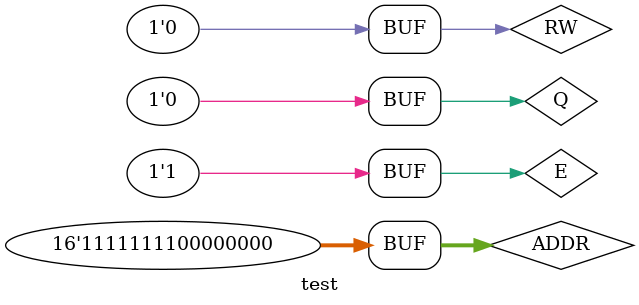
<source format=v>
`timescale 1ns / 1ps

module test;

	// Inputs
	reg [15:0] ADDR;
	reg RW;
	reg E;
	reg Q;

	// Outputs
	wire R;
	wire W;
	wire RAM;
	wire ROM;
	wire RESET;
	wire HALT;
	wire IRQ;
	wire TXD;
	wire TXD2;

	// Bidirs
	wire [7:0] DATA;

	// Instantiate the Unit Under Test (UUT)
	top uut (
		.ADDR(ADDR), 
		.DATA(DATA), 
		.RW(RW), 
		.R(R), 
		.W(W), 
		.RAM(RAM), 
		.ROM(ROM), 
		.E(E), 
		.Q(Q), 
		.RESET(RESET), 
		.HALT(HALT), 
		.IRQ(IRQ), 
		.TXD(TXD), 
		.TXD2(TXD2)
	);

	initial begin
		// Initialize Inputs
		ADDR = 0;
		RW = 0;
		E = 1;
		Q = 0;

		#100;
      
		ADDR = 0;
		RW = 1;
		
		#100;
		
		ADDR = 16'hc000;
		
		#100;
		
		ADDR = 16'hc100;
		
		#100;
		
		ADDR = 16'hc200;
		
		#100;
		
		ADDR = 16'hff00;

		#100;
		
		RW = 0;

		#100;
		
		ADDR = 16'hc000;
		
		#100;
		
		ADDR = 16'hc100;
		
		#100;
		
		ADDR = 16'hff00;

		#100;

	end
      
endmodule


</source>
